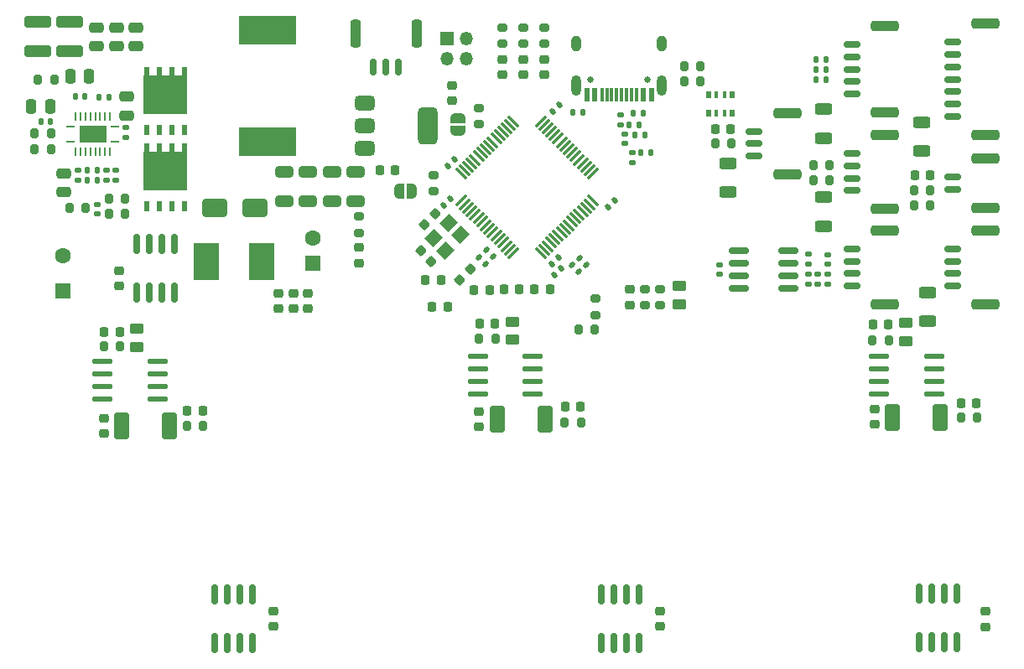
<source format=gbr>
%TF.GenerationSoftware,KiCad,Pcbnew,8.0.5*%
%TF.CreationDate,2024-12-04T18:09:43+09:00*%
%TF.ProjectId,GESC_Logic,47455343-5f4c-46f6-9769-632e6b696361,rev?*%
%TF.SameCoordinates,Original*%
%TF.FileFunction,Soldermask,Top*%
%TF.FilePolarity,Negative*%
%FSLAX46Y46*%
G04 Gerber Fmt 4.6, Leading zero omitted, Abs format (unit mm)*
G04 Created by KiCad (PCBNEW 8.0.5) date 2024-12-04 18:09:43*
%MOMM*%
%LPD*%
G01*
G04 APERTURE LIST*
G04 Aperture macros list*
%AMRoundRect*
0 Rectangle with rounded corners*
0 $1 Rounding radius*
0 $2 $3 $4 $5 $6 $7 $8 $9 X,Y pos of 4 corners*
0 Add a 4 corners polygon primitive as box body*
4,1,4,$2,$3,$4,$5,$6,$7,$8,$9,$2,$3,0*
0 Add four circle primitives for the rounded corners*
1,1,$1+$1,$2,$3*
1,1,$1+$1,$4,$5*
1,1,$1+$1,$6,$7*
1,1,$1+$1,$8,$9*
0 Add four rect primitives between the rounded corners*
20,1,$1+$1,$2,$3,$4,$5,0*
20,1,$1+$1,$4,$5,$6,$7,0*
20,1,$1+$1,$6,$7,$8,$9,0*
20,1,$1+$1,$8,$9,$2,$3,0*%
%AMRotRect*
0 Rectangle, with rotation*
0 The origin of the aperture is its center*
0 $1 length*
0 $2 width*
0 $3 Rotation angle, in degrees counterclockwise*
0 Add horizontal line*
21,1,$1,$2,0,0,$3*%
%AMFreePoly0*
4,1,19,0.500000,-0.750000,0.000000,-0.750000,0.000000,-0.744911,-0.071157,-0.744911,-0.207708,-0.704816,-0.327430,-0.627875,-0.420627,-0.520320,-0.479746,-0.390866,-0.500000,-0.250000,-0.500000,0.250000,-0.479746,0.390866,-0.420627,0.520320,-0.327430,0.627875,-0.207708,0.704816,-0.071157,0.744911,0.000000,0.744911,0.000000,0.750000,0.500000,0.750000,0.500000,-0.750000,0.500000,-0.750000,
$1*%
%AMFreePoly1*
4,1,19,0.000000,0.744911,0.071157,0.744911,0.207708,0.704816,0.327430,0.627875,0.420627,0.520320,0.479746,0.390866,0.500000,0.250000,0.500000,-0.250000,0.479746,-0.390866,0.420627,-0.520320,0.327430,-0.627875,0.207708,-0.704816,0.071157,-0.744911,0.000000,-0.744911,0.000000,-0.750000,-0.500000,-0.750000,-0.500000,0.750000,0.000000,0.750000,0.000000,0.744911,0.000000,0.744911,
$1*%
G04 Aperture macros list end*
%ADD10O,2.050000X0.590000*%
%ADD11RoundRect,0.250000X-0.650000X0.325000X-0.650000X-0.325000X0.650000X-0.325000X0.650000X0.325000X0*%
%ADD12RoundRect,0.150000X-0.700000X0.150000X-0.700000X-0.150000X0.700000X-0.150000X0.700000X0.150000X0*%
%ADD13RoundRect,0.250000X-1.150000X0.250000X-1.150000X-0.250000X1.150000X-0.250000X1.150000X0.250000X0*%
%ADD14RoundRect,0.200000X0.275000X-0.200000X0.275000X0.200000X-0.275000X0.200000X-0.275000X-0.200000X0*%
%ADD15RoundRect,0.135000X-0.135000X-0.185000X0.135000X-0.185000X0.135000X0.185000X-0.135000X0.185000X0*%
%ADD16RoundRect,0.135000X-0.185000X0.135000X-0.185000X-0.135000X0.185000X-0.135000X0.185000X0.135000X0*%
%ADD17RoundRect,0.225000X0.225000X0.250000X-0.225000X0.250000X-0.225000X-0.250000X0.225000X-0.250000X0*%
%ADD18RoundRect,0.250000X-0.625000X0.312500X-0.625000X-0.312500X0.625000X-0.312500X0.625000X0.312500X0*%
%ADD19RoundRect,0.140000X0.170000X-0.140000X0.170000X0.140000X-0.170000X0.140000X-0.170000X-0.140000X0*%
%ADD20RoundRect,0.150000X0.150000X-0.825000X0.150000X0.825000X-0.150000X0.825000X-0.150000X-0.825000X0*%
%ADD21RoundRect,0.218750X-0.256250X0.218750X-0.256250X-0.218750X0.256250X-0.218750X0.256250X0.218750X0*%
%ADD22RoundRect,0.200000X-0.200000X-0.275000X0.200000X-0.275000X0.200000X0.275000X-0.200000X0.275000X0*%
%ADD23RoundRect,0.250000X0.500000X1.100000X-0.500000X1.100000X-0.500000X-1.100000X0.500000X-1.100000X0*%
%ADD24RoundRect,0.200000X0.200000X0.275000X-0.200000X0.275000X-0.200000X-0.275000X0.200000X-0.275000X0*%
%ADD25RoundRect,0.250000X0.625000X-0.312500X0.625000X0.312500X-0.625000X0.312500X-0.625000X-0.312500X0*%
%ADD26RoundRect,0.200000X-0.275000X0.200000X-0.275000X-0.200000X0.275000X-0.200000X0.275000X0.200000X0*%
%ADD27FreePoly0,0.000000*%
%ADD28FreePoly1,0.000000*%
%ADD29RoundRect,0.140000X0.219203X0.021213X0.021213X0.219203X-0.219203X-0.021213X-0.021213X-0.219203X0*%
%ADD30RoundRect,0.135000X0.135000X0.185000X-0.135000X0.185000X-0.135000X-0.185000X0.135000X-0.185000X0*%
%ADD31RoundRect,0.225000X0.335876X0.017678X0.017678X0.335876X-0.335876X-0.017678X-0.017678X-0.335876X0*%
%ADD32RoundRect,0.150000X-0.825000X-0.150000X0.825000X-0.150000X0.825000X0.150000X-0.825000X0.150000X0*%
%ADD33RoundRect,0.140000X-0.170000X0.140000X-0.170000X-0.140000X0.170000X-0.140000X0.170000X0.140000X0*%
%ADD34RoundRect,0.225000X-0.250000X0.225000X-0.250000X-0.225000X0.250000X-0.225000X0.250000X0.225000X0*%
%ADD35RoundRect,0.250000X1.100000X-0.325000X1.100000X0.325000X-1.100000X0.325000X-1.100000X-0.325000X0*%
%ADD36RoundRect,0.140000X-0.140000X-0.170000X0.140000X-0.170000X0.140000X0.170000X-0.140000X0.170000X0*%
%ADD37R,2.500000X3.800000*%
%ADD38RoundRect,0.225000X0.017678X-0.335876X0.335876X-0.017678X-0.017678X0.335876X-0.335876X0.017678X0*%
%ADD39RoundRect,0.225000X-0.225000X-0.250000X0.225000X-0.250000X0.225000X0.250000X-0.225000X0.250000X0*%
%ADD40RoundRect,0.250000X0.475000X-0.250000X0.475000X0.250000X-0.475000X0.250000X-0.475000X-0.250000X0*%
%ADD41RoundRect,0.250000X-0.450000X0.262500X-0.450000X-0.262500X0.450000X-0.262500X0.450000X0.262500X0*%
%ADD42RoundRect,0.140000X0.021213X-0.219203X0.219203X-0.021213X-0.021213X0.219203X-0.219203X0.021213X0*%
%ADD43RoundRect,0.140000X-0.021213X0.219203X-0.219203X0.021213X0.021213X-0.219203X0.219203X-0.021213X0*%
%ADD44R,0.850000X0.280000*%
%ADD45R,0.280000X0.850000*%
%ADD46R,2.700000X1.700000*%
%ADD47RoundRect,0.150000X-0.150000X-0.700000X0.150000X-0.700000X0.150000X0.700000X-0.150000X0.700000X0*%
%ADD48RoundRect,0.250000X-0.250000X-1.150000X0.250000X-1.150000X0.250000X1.150000X-0.250000X1.150000X0*%
%ADD49RoundRect,0.375000X-0.625000X-0.375000X0.625000X-0.375000X0.625000X0.375000X-0.625000X0.375000X0*%
%ADD50RoundRect,0.500000X-0.500000X-1.400000X0.500000X-1.400000X0.500000X1.400000X-0.500000X1.400000X0*%
%ADD51RoundRect,0.225000X0.250000X-0.225000X0.250000X0.225000X-0.250000X0.225000X-0.250000X-0.225000X0*%
%ADD52RoundRect,0.135000X0.185000X-0.135000X0.185000X0.135000X-0.185000X0.135000X-0.185000X-0.135000X0*%
%ADD53RotRect,1.400000X1.200000X225.000000*%
%ADD54R,0.600000X1.000000*%
%ADD55R,4.410000X4.000000*%
%ADD56R,1.600000X1.600000*%
%ADD57C,1.600000*%
%ADD58R,5.820000X2.920000*%
%ADD59R,1.350000X1.350000*%
%ADD60O,1.350000X1.350000*%
%ADD61RoundRect,0.250000X-0.250000X-0.475000X0.250000X-0.475000X0.250000X0.475000X-0.250000X0.475000X0*%
%ADD62RoundRect,0.140000X0.140000X0.170000X-0.140000X0.170000X-0.140000X-0.170000X0.140000X-0.170000X0*%
%ADD63RoundRect,0.250000X-0.475000X0.250000X-0.475000X-0.250000X0.475000X-0.250000X0.475000X0.250000X0*%
%ADD64RoundRect,0.140000X-0.219203X-0.021213X-0.021213X-0.219203X0.219203X0.021213X0.021213X0.219203X0*%
%ADD65RoundRect,0.250000X-1.000000X-0.650000X1.000000X-0.650000X1.000000X0.650000X-1.000000X0.650000X0*%
%ADD66R,0.500000X0.800000*%
%ADD67R,0.400000X0.800000*%
%ADD68FreePoly0,270.000000*%
%ADD69FreePoly1,270.000000*%
%ADD70RoundRect,0.225000X-0.017678X0.335876X-0.335876X0.017678X0.017678X-0.335876X0.335876X-0.017678X0*%
%ADD71RoundRect,0.075000X-0.441942X-0.548008X0.548008X0.441942X0.441942X0.548008X-0.548008X-0.441942X0*%
%ADD72RoundRect,0.075000X0.441942X-0.548008X0.548008X-0.441942X-0.441942X0.548008X-0.548008X0.441942X0*%
%ADD73C,0.650000*%
%ADD74R,0.600000X1.450000*%
%ADD75R,0.300000X1.450000*%
%ADD76O,1.000000X2.100000*%
%ADD77O,1.000000X1.600000*%
G04 APERTURE END LIST*
D10*
%TO.C,U7*%
X108730000Y-120490000D03*
X108730000Y-121770000D03*
X108730000Y-123030000D03*
X108730000Y-124300000D03*
X114270000Y-124300000D03*
X114270000Y-123030000D03*
X114270000Y-121770000D03*
X114270000Y-120490000D03*
%TD*%
D11*
%TO.C,C65*%
X131900000Y-101325000D03*
X131900000Y-104275000D03*
%TD*%
D12*
%TO.C,J10*%
X194550000Y-88250000D03*
X194550000Y-89500000D03*
X194550000Y-90750000D03*
X194550000Y-92000000D03*
X194550000Y-93250000D03*
X194550000Y-94500000D03*
X194550000Y-95750000D03*
D13*
X197900000Y-86400000D03*
X197900000Y-97600000D03*
%TD*%
D14*
%TO.C,R27*%
X149100000Y-88418750D03*
X149100000Y-86768750D03*
%TD*%
D15*
%TO.C,R17*%
X163090001Y-99400000D03*
X164109999Y-99400000D03*
%TD*%
D16*
%TO.C,R2*%
X179975000Y-111685000D03*
X179975000Y-112705000D03*
%TD*%
D17*
%TO.C,C40*%
X153900000Y-113200000D03*
X152350000Y-113200000D03*
%TD*%
%TO.C,C42*%
X148375000Y-116700000D03*
X146825000Y-116700000D03*
%TD*%
D18*
%TO.C,F3*%
X192000000Y-113537500D03*
X192000000Y-116462500D03*
%TD*%
D19*
%TO.C,C7*%
X181975000Y-110675000D03*
X181975000Y-109715000D03*
%TD*%
D20*
%TO.C,U4*%
X120095000Y-148975000D03*
X121365000Y-148975000D03*
X122635000Y-148975000D03*
X123905000Y-148975000D03*
X123905000Y-144025000D03*
X122635000Y-144025000D03*
X121365000Y-144025000D03*
X120095000Y-144025000D03*
%TD*%
D15*
%TO.C,R15*%
X161890001Y-96600000D03*
X162909999Y-96600000D03*
%TD*%
D21*
%TO.C,D5*%
X153300000Y-89981250D03*
X153300000Y-91556250D03*
%TD*%
D22*
%TO.C,R8*%
X180500000Y-102200000D03*
X182150000Y-102200000D03*
%TD*%
D23*
%TO.C,D2*%
X115500000Y-127000000D03*
X110700000Y-127000000D03*
%TD*%
D24*
%TO.C,R40*%
X103525000Y-97440000D03*
X101875000Y-97440000D03*
%TD*%
D25*
%TO.C,F1*%
X181500000Y-106825000D03*
X181500000Y-103900000D03*
%TD*%
D26*
%TO.C,R1*%
X134600000Y-105875000D03*
X134600000Y-107525000D03*
%TD*%
D22*
%TO.C,R33*%
X108875000Y-119000000D03*
X110525000Y-119000000D03*
%TD*%
D27*
%TO.C,J15*%
X138650000Y-103300000D03*
D28*
X139950000Y-103300000D03*
%TD*%
D23*
%TO.C,D3*%
X153400000Y-126300000D03*
X148600000Y-126300000D03*
%TD*%
D29*
%TO.C,C29*%
X148200000Y-109900000D03*
X147521178Y-109221178D03*
%TD*%
D26*
%TO.C,R26*%
X146700000Y-94875000D03*
X146700000Y-96525000D03*
%TD*%
D30*
%TO.C,R46*%
X108210000Y-102190000D03*
X107190000Y-102190000D03*
%TD*%
D31*
%TO.C,C33*%
X141948008Y-110448008D03*
X140851992Y-109351992D03*
%TD*%
D21*
%TO.C,D1*%
X134600000Y-109000000D03*
X134600000Y-110575000D03*
%TD*%
D32*
%TO.C,U3*%
X173000000Y-109290000D03*
X173000000Y-110560000D03*
X173000000Y-111830000D03*
X173000000Y-113100000D03*
X177950000Y-113100000D03*
X177950000Y-111830000D03*
X177950000Y-110560000D03*
X177950000Y-109290000D03*
%TD*%
D33*
%TO.C,C6*%
X181975000Y-111715000D03*
X181975000Y-112675000D03*
%TD*%
D34*
%TO.C,C2*%
X126500000Y-113625000D03*
X126500000Y-115175000D03*
%TD*%
D35*
%TO.C,C45*%
X105400000Y-89175000D03*
X105400000Y-86225000D03*
%TD*%
D22*
%TO.C,R39*%
X102225000Y-92040000D03*
X103875000Y-92040000D03*
%TD*%
D17*
%TO.C,C20*%
X196975000Y-124700000D03*
X195425000Y-124700000D03*
%TD*%
D19*
%TO.C,C59*%
X108225000Y-105600000D03*
X108225000Y-104640000D03*
%TD*%
D17*
%TO.C,C43*%
X188075000Y-116800000D03*
X186525000Y-116800000D03*
%TD*%
D34*
%TO.C,C3*%
X129500000Y-113625000D03*
X129500000Y-115175000D03*
%TD*%
D22*
%TO.C,R35*%
X146775000Y-118200000D03*
X148425000Y-118200000D03*
%TD*%
D36*
%TO.C,C58*%
X107220000Y-101190000D03*
X108180000Y-101190000D03*
%TD*%
D21*
%TO.C,D7*%
X151200000Y-89981250D03*
X151200000Y-91556250D03*
%TD*%
D14*
%TO.C,R23*%
X158500000Y-115825000D03*
X158500000Y-114175000D03*
%TD*%
D37*
%TO.C,L2*%
X119200000Y-110400000D03*
X124800000Y-110400000D03*
%TD*%
D33*
%TO.C,C8*%
X180975000Y-111715000D03*
X180975000Y-112675000D03*
%TD*%
D38*
%TO.C,C14*%
X144751992Y-112248008D03*
X145848008Y-111151992D03*
%TD*%
D17*
%TO.C,C13*%
X143575000Y-115000000D03*
X142025000Y-115000000D03*
%TD*%
D39*
%TO.C,C22*%
X170625000Y-97000000D03*
X172175000Y-97000000D03*
%TD*%
D33*
%TO.C,C56*%
X111100000Y-96880000D03*
X111100000Y-97840000D03*
%TD*%
D40*
%TO.C,C49*%
X108100000Y-88650000D03*
X108100000Y-86750000D03*
%TD*%
D17*
%TO.C,C19*%
X156975000Y-125100000D03*
X155425000Y-125100000D03*
%TD*%
D41*
%TO.C,R32*%
X112200000Y-117187500D03*
X112200000Y-119012500D03*
%TD*%
D22*
%TO.C,R4*%
X117250000Y-127000000D03*
X118900000Y-127000000D03*
%TD*%
D42*
%TO.C,C34*%
X159760589Y-104939411D03*
X160439411Y-104260589D03*
%TD*%
D10*
%TO.C,U9*%
X187130000Y-119990000D03*
X187130000Y-121270000D03*
X187130000Y-122530000D03*
X187130000Y-123800000D03*
X192670000Y-123800000D03*
X192670000Y-122530000D03*
X192670000Y-121270000D03*
X192670000Y-119990000D03*
%TD*%
D43*
%TO.C,C30*%
X143839411Y-104060589D03*
X143160589Y-104739411D03*
%TD*%
D22*
%TO.C,R5*%
X155375000Y-126700000D03*
X157025000Y-126700000D03*
%TD*%
D11*
%TO.C,C64*%
X134300000Y-101325000D03*
X134300000Y-104275000D03*
%TD*%
D22*
%TO.C,R20*%
X167465000Y-92220000D03*
X169115000Y-92220000D03*
%TD*%
D44*
%TO.C,U11*%
X105500000Y-98290000D03*
D45*
X106000000Y-99290000D03*
X106500000Y-99290000D03*
X107000000Y-99290000D03*
X107500000Y-99290000D03*
X108000000Y-99290000D03*
X108500000Y-99290000D03*
X109000000Y-99290000D03*
X109500000Y-99290000D03*
D44*
X110000000Y-98290000D03*
X110000000Y-96790000D03*
D45*
X109500000Y-95790000D03*
X109000000Y-95790000D03*
X108500000Y-95790000D03*
X108000000Y-95790000D03*
X107500000Y-95790000D03*
X107000000Y-95790000D03*
X106500000Y-95790000D03*
X106000000Y-95790000D03*
D44*
X105500000Y-96790000D03*
D46*
X107750000Y-97540000D03*
%TD*%
D25*
%TO.C,F2*%
X191400000Y-99262500D03*
X191400000Y-96337500D03*
%TD*%
D34*
%TO.C,C11*%
X126000000Y-145725000D03*
X126000000Y-147275000D03*
%TD*%
D47*
%TO.C,J1*%
X136100000Y-90750000D03*
X137350000Y-90750000D03*
X138600000Y-90750000D03*
D48*
X134250000Y-87400000D03*
X140450000Y-87400000D03*
%TD*%
D22*
%TO.C,R19*%
X170575000Y-98500000D03*
X172225000Y-98500000D03*
%TD*%
D15*
%TO.C,R11*%
X180790000Y-90000000D03*
X181810000Y-90000000D03*
%TD*%
D33*
%TO.C,C23*%
X162200000Y-99420000D03*
X162200000Y-100380000D03*
%TD*%
D17*
%TO.C,C18*%
X118850000Y-125500000D03*
X117300000Y-125500000D03*
%TD*%
D39*
%TO.C,C39*%
X149250000Y-113200000D03*
X150800000Y-113200000D03*
%TD*%
D24*
%TO.C,R48*%
X107025000Y-105000000D03*
X105375000Y-105000000D03*
%TD*%
D49*
%TO.C,U2*%
X135250000Y-94400000D03*
X135250000Y-96700000D03*
D50*
X141550000Y-96700000D03*
D49*
X135250000Y-99000000D03*
%TD*%
D51*
%TO.C,C17*%
X186700000Y-126875000D03*
X186700000Y-125325000D03*
%TD*%
D22*
%TO.C,R6*%
X195375000Y-126200000D03*
X197025000Y-126200000D03*
%TD*%
D52*
%TO.C,R44*%
X110100000Y-102200000D03*
X110100000Y-101180000D03*
%TD*%
D12*
%TO.C,J8*%
X194550000Y-109125000D03*
X194550000Y-110375000D03*
X194550000Y-111625000D03*
X194550000Y-112875000D03*
D13*
X197900000Y-107275000D03*
X197900000Y-114725000D03*
%TD*%
D14*
%TO.C,R31*%
X163500000Y-114825000D03*
X163500000Y-113175000D03*
%TD*%
D53*
%TO.C,Y1*%
X143676777Y-106521142D03*
X142121142Y-108076777D03*
X143323223Y-109278858D03*
X144878858Y-107723223D03*
%TD*%
D12*
%TO.C,J6*%
X184400000Y-99500000D03*
X184400000Y-100750000D03*
X184400000Y-102000000D03*
X184400000Y-103250000D03*
D13*
X187750000Y-97650000D03*
X187750000Y-105100000D03*
%TD*%
D54*
%TO.C,Q1*%
X113190000Y-104820000D03*
X114470000Y-104820000D03*
X115730000Y-104820000D03*
X117000000Y-104820000D03*
X117000000Y-98980000D03*
X115730000Y-98980000D03*
X114470000Y-98980000D03*
X113190000Y-98980000D03*
D55*
X115100000Y-101290000D03*
%TD*%
D24*
%TO.C,R42*%
X103550000Y-99040000D03*
X101900000Y-99040000D03*
%TD*%
D29*
%TO.C,C35*%
X147439411Y-110639411D03*
X146760589Y-109960589D03*
%TD*%
D51*
%TO.C,C5*%
X144000000Y-94175000D03*
X144000000Y-92625000D03*
%TD*%
D17*
%TO.C,C12*%
X142900000Y-112300000D03*
X141350000Y-112300000D03*
%TD*%
D56*
%TO.C,C62*%
X104700000Y-113352651D03*
D57*
X104700000Y-109852651D03*
%TD*%
D34*
%TO.C,C10*%
X197900000Y-145750000D03*
X197900000Y-147300000D03*
%TD*%
D18*
%TO.C,F4*%
X181500000Y-95007500D03*
X181500000Y-97932500D03*
%TD*%
D39*
%TO.C,C38*%
X146250000Y-113300000D03*
X147800000Y-113300000D03*
%TD*%
D26*
%TO.C,R29*%
X142200000Y-101675000D03*
X142200000Y-103325000D03*
%TD*%
D22*
%TO.C,R22*%
X156775000Y-117300000D03*
X158425000Y-117300000D03*
%TD*%
D43*
%TO.C,C28*%
X154739411Y-109960589D03*
X154060589Y-110639411D03*
%TD*%
D12*
%TO.C,J7*%
X194550000Y-101875000D03*
X194550000Y-103125000D03*
D13*
X197900000Y-100025000D03*
X197900000Y-104975000D03*
%TD*%
D41*
%TO.C,R34*%
X150100000Y-116487500D03*
X150100000Y-118312500D03*
%TD*%
D34*
%TO.C,C9*%
X165000000Y-145725000D03*
X165000000Y-147275000D03*
%TD*%
D39*
%TO.C,C4*%
X136725000Y-101200000D03*
X138275000Y-101200000D03*
%TD*%
D51*
%TO.C,C16*%
X146700000Y-127075000D03*
X146700000Y-125525000D03*
%TD*%
D24*
%TO.C,R49*%
X111025000Y-105600000D03*
X109375000Y-105600000D03*
%TD*%
D33*
%TO.C,C53*%
X171000000Y-110740000D03*
X171000000Y-111700000D03*
%TD*%
D40*
%TO.C,C47*%
X112120000Y-88650000D03*
X112120000Y-86750000D03*
%TD*%
D16*
%TO.C,R3*%
X179975000Y-109685000D03*
X179975000Y-110705000D03*
%TD*%
D22*
%TO.C,R10*%
X180500000Y-100700000D03*
X182150000Y-100700000D03*
%TD*%
D34*
%TO.C,C1*%
X128000000Y-113625000D03*
X128000000Y-115175000D03*
%TD*%
D36*
%TO.C,C55*%
X106020000Y-93740000D03*
X106980000Y-93740000D03*
%TD*%
D43*
%TO.C,C37*%
X155039411Y-111060589D03*
X154360589Y-111739411D03*
%TD*%
D15*
%TO.C,R14*%
X180790000Y-92000000D03*
X181810000Y-92000000D03*
%TD*%
%TO.C,R21*%
X162300000Y-95400000D03*
X163320000Y-95400000D03*
%TD*%
D52*
%TO.C,R43*%
X109100000Y-102200000D03*
X109100000Y-101180000D03*
%TD*%
D14*
%TO.C,R25*%
X153300000Y-88418750D03*
X153300000Y-86768750D03*
%TD*%
D17*
%TO.C,C41*%
X110475000Y-117500000D03*
X108925000Y-117500000D03*
%TD*%
D51*
%TO.C,C61*%
X110400000Y-112875000D03*
X110400000Y-111325000D03*
%TD*%
D58*
%TO.C,L1*%
X125400000Y-87070000D03*
X125400000Y-98330000D03*
%TD*%
D34*
%TO.C,C44*%
X162000000Y-113225000D03*
X162000000Y-114775000D03*
%TD*%
D20*
%TO.C,U6*%
X191195000Y-148875000D03*
X192465000Y-148875000D03*
X193735000Y-148875000D03*
X195005000Y-148875000D03*
X195005000Y-143925000D03*
X193735000Y-143925000D03*
X192465000Y-143925000D03*
X191195000Y-143925000D03*
%TD*%
D30*
%TO.C,R24*%
X157210000Y-95300000D03*
X156190000Y-95300000D03*
%TD*%
D22*
%TO.C,R37*%
X186450000Y-118400000D03*
X188100000Y-118400000D03*
%TD*%
D41*
%TO.C,R36*%
X189800000Y-116587500D03*
X189800000Y-118412500D03*
%TD*%
D42*
%TO.C,C36*%
X154160589Y-95239411D03*
X154839411Y-94560589D03*
%TD*%
D11*
%TO.C,C66*%
X129500000Y-101325000D03*
X129500000Y-104275000D03*
%TD*%
D22*
%TO.C,R9*%
X190675000Y-103200000D03*
X192325000Y-103200000D03*
%TD*%
D59*
%TO.C,J11*%
X143500000Y-87900000D03*
D60*
X145500000Y-87900000D03*
X143500000Y-89900000D03*
X145500000Y-89900000D03*
%TD*%
D61*
%TO.C,R41*%
X101550000Y-94740000D03*
X103450000Y-94740000D03*
%TD*%
D42*
%TO.C,C32*%
X143560589Y-100739411D03*
X144239411Y-100060589D03*
%TD*%
D62*
%TO.C,C52*%
X103460000Y-96240000D03*
X102500000Y-96240000D03*
%TD*%
D20*
%TO.C,U5*%
X159095000Y-148975000D03*
X160365000Y-148975000D03*
X161635000Y-148975000D03*
X162905000Y-148975000D03*
X162905000Y-144025000D03*
X161635000Y-144025000D03*
X160365000Y-144025000D03*
X159095000Y-144025000D03*
%TD*%
D63*
%TO.C,R45*%
X111200000Y-93740000D03*
X111200000Y-95640000D03*
%TD*%
%TO.C,C50*%
X104800000Y-101490000D03*
X104800000Y-103390000D03*
%TD*%
D64*
%TO.C,C27*%
X156160589Y-110760589D03*
X156839411Y-111439411D03*
%TD*%
D39*
%TO.C,C21*%
X190725000Y-101700000D03*
X192275000Y-101700000D03*
%TD*%
D35*
%TO.C,C46*%
X102200000Y-89175000D03*
X102200000Y-86225000D03*
%TD*%
D24*
%TO.C,R47*%
X111025000Y-104100000D03*
X109375000Y-104100000D03*
%TD*%
D22*
%TO.C,R7*%
X190675000Y-104700000D03*
X192325000Y-104700000D03*
%TD*%
D12*
%TO.C,J2*%
X184400000Y-109125000D03*
X184400000Y-110375000D03*
X184400000Y-111625000D03*
X184400000Y-112875000D03*
D13*
X187750000Y-107275000D03*
X187750000Y-114725000D03*
%TD*%
D22*
%TO.C,R18*%
X167475000Y-90700000D03*
X169125000Y-90700000D03*
%TD*%
D21*
%TO.C,D6*%
X149100000Y-89993750D03*
X149100000Y-91568750D03*
%TD*%
D15*
%TO.C,R13*%
X180790000Y-91000000D03*
X181810000Y-91000000D03*
%TD*%
D20*
%TO.C,U1*%
X112195000Y-113575000D03*
X113465000Y-113575000D03*
X114735000Y-113575000D03*
X116005000Y-113575000D03*
X116005000Y-108625000D03*
X114735000Y-108625000D03*
X113465000Y-108625000D03*
X112195000Y-108625000D03*
%TD*%
D65*
%TO.C,D8*%
X120100000Y-105000000D03*
X124100000Y-105000000D03*
%TD*%
D11*
%TO.C,C60*%
X127100000Y-101325000D03*
X127100000Y-104275000D03*
%TD*%
D33*
%TO.C,C57*%
X106300000Y-101210000D03*
X106300000Y-102170000D03*
%TD*%
D56*
%TO.C,C63*%
X130000000Y-110582380D03*
D57*
X130000000Y-108082380D03*
%TD*%
D61*
%TO.C,C51*%
X105500000Y-91740000D03*
X107400000Y-91740000D03*
%TD*%
D41*
%TO.C,R30*%
X167000000Y-112887500D03*
X167000000Y-114712500D03*
%TD*%
D51*
%TO.C,C15*%
X108900000Y-127775000D03*
X108900000Y-126225000D03*
%TD*%
D14*
%TO.C,R38*%
X165040000Y-114825000D03*
X165040000Y-113175000D03*
%TD*%
D12*
%TO.C,J12*%
X174500000Y-97250000D03*
X174500000Y-98500000D03*
X174500000Y-99750000D03*
D13*
X177850000Y-95400000D03*
X177850000Y-101600000D03*
%TD*%
D14*
%TO.C,R28*%
X151200000Y-88418750D03*
X151200000Y-86768750D03*
%TD*%
D10*
%TO.C,U8*%
X146630000Y-119990000D03*
X146630000Y-121270000D03*
X146630000Y-122530000D03*
X146630000Y-123800000D03*
X152170000Y-123800000D03*
X152170000Y-122530000D03*
X152170000Y-121270000D03*
X152170000Y-119990000D03*
%TD*%
D66*
%TO.C,RN1*%
X172300000Y-93600000D03*
D67*
X171500000Y-93600000D03*
X170700000Y-93600000D03*
D66*
X169900000Y-93600000D03*
X169900000Y-95400000D03*
D67*
X170700000Y-95400000D03*
X171500000Y-95400000D03*
D66*
X172300000Y-95400000D03*
%TD*%
D33*
%TO.C,C24*%
X161500000Y-97520000D03*
X161500000Y-98480000D03*
%TD*%
D36*
%TO.C,C54*%
X108420000Y-93840000D03*
X109380000Y-93840000D03*
%TD*%
D68*
%TO.C,J14*%
X144600000Y-95900000D03*
D69*
X144600000Y-97200000D03*
%TD*%
D12*
%TO.C,J9*%
X184400000Y-88500000D03*
X184400000Y-89750000D03*
X184400000Y-91000000D03*
X184400000Y-92250000D03*
X184400000Y-93500000D03*
D13*
X187750000Y-86650000D03*
X187750000Y-95350000D03*
%TD*%
D19*
%TO.C,C25*%
X161000000Y-96580000D03*
X161000000Y-95620000D03*
%TD*%
D40*
%TO.C,C48*%
X110120000Y-88650000D03*
X110120000Y-86750000D03*
%TD*%
D64*
%TO.C,C26*%
X156860589Y-110060589D03*
X157539411Y-110739411D03*
%TD*%
D15*
%TO.C,R16*%
X162490001Y-97600000D03*
X163509999Y-97600000D03*
%TD*%
D70*
%TO.C,C31*%
X142300000Y-105600000D03*
X141203984Y-106696016D03*
%TD*%
D23*
%TO.C,D4*%
X193300000Y-126200000D03*
X188500000Y-126200000D03*
%TD*%
D54*
%TO.C,Q3*%
X113190000Y-97120000D03*
X114470000Y-97120000D03*
X115730000Y-97120000D03*
X117000000Y-97120000D03*
X117000000Y-91280000D03*
X115730000Y-91280000D03*
X114470000Y-91280000D03*
X113190000Y-91280000D03*
D55*
X115100000Y-93590000D03*
%TD*%
D71*
%TO.C,U10*%
X144935519Y-104261181D03*
X145289072Y-104614734D03*
X145642625Y-104968287D03*
X145996179Y-105321841D03*
X146349732Y-105675394D03*
X146703286Y-106028948D03*
X147056839Y-106382501D03*
X147410392Y-106736054D03*
X147763946Y-107089608D03*
X148117499Y-107443161D03*
X148471052Y-107796714D03*
X148824606Y-108150268D03*
X149178159Y-108503821D03*
X149531713Y-108857375D03*
X149885266Y-109210928D03*
X150238819Y-109564481D03*
D72*
X152961181Y-109564481D03*
X153314734Y-109210928D03*
X153668287Y-108857375D03*
X154021841Y-108503821D03*
X154375394Y-108150268D03*
X154728948Y-107796714D03*
X155082501Y-107443161D03*
X155436054Y-107089608D03*
X155789608Y-106736054D03*
X156143161Y-106382501D03*
X156496714Y-106028948D03*
X156850268Y-105675394D03*
X157203821Y-105321841D03*
X157557375Y-104968287D03*
X157910928Y-104614734D03*
X158264481Y-104261181D03*
D71*
X158264481Y-101538819D03*
X157910928Y-101185266D03*
X157557375Y-100831713D03*
X157203821Y-100478159D03*
X156850268Y-100124606D03*
X156496714Y-99771052D03*
X156143161Y-99417499D03*
X155789608Y-99063946D03*
X155436054Y-98710392D03*
X155082501Y-98356839D03*
X154728948Y-98003286D03*
X154375394Y-97649732D03*
X154021841Y-97296179D03*
X153668287Y-96942625D03*
X153314734Y-96589072D03*
X152961181Y-96235519D03*
D72*
X150238819Y-96235519D03*
X149885266Y-96589072D03*
X149531713Y-96942625D03*
X149178159Y-97296179D03*
X148824606Y-97649732D03*
X148471052Y-98003286D03*
X148117499Y-98356839D03*
X147763946Y-98710392D03*
X147410392Y-99063946D03*
X147056839Y-99417499D03*
X146703286Y-99771052D03*
X146349732Y-100124606D03*
X145996179Y-100478159D03*
X145642625Y-100831713D03*
X145289072Y-101185266D03*
X144935519Y-101538819D03*
%TD*%
D73*
%TO.C,J13*%
X163790000Y-92080000D03*
X158010000Y-92080000D03*
D74*
X164150000Y-93525000D03*
X163350000Y-93525000D03*
D75*
X162150000Y-93525000D03*
X161150000Y-93525000D03*
X160650000Y-93525000D03*
X159650000Y-93525000D03*
D74*
X158450000Y-93525000D03*
X157650000Y-93525000D03*
X157650000Y-93525000D03*
X158450000Y-93525000D03*
D75*
X159150000Y-93525000D03*
X160150000Y-93525000D03*
X161650000Y-93525000D03*
X162650000Y-93525000D03*
D74*
X163350000Y-93525000D03*
X164150000Y-93525000D03*
D76*
X165220000Y-92610000D03*
D77*
X165220000Y-88430000D03*
D76*
X156580000Y-92610000D03*
D77*
X156580000Y-88430000D03*
%TD*%
D18*
%TO.C,F5*%
X171900000Y-100500000D03*
X171900000Y-103425000D03*
%TD*%
M02*

</source>
